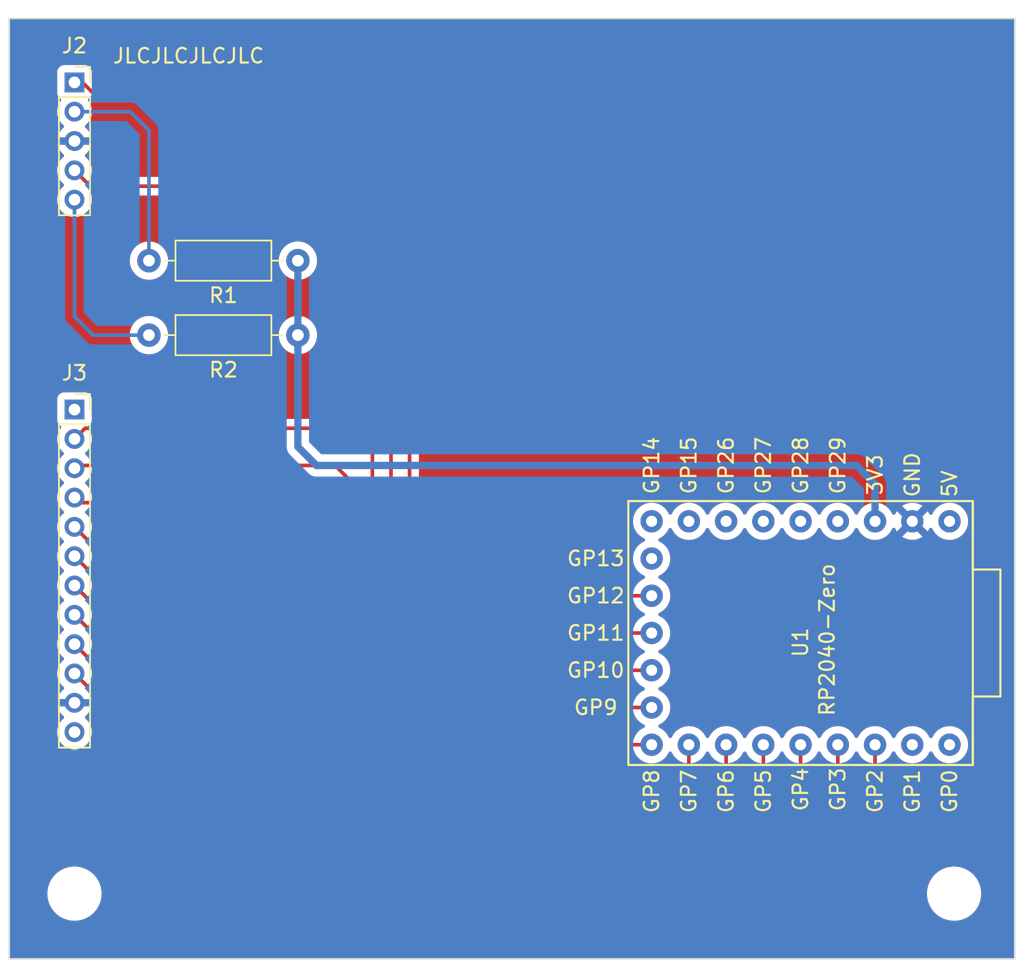
<source format=kicad_pcb>
(kicad_pcb (version 20240108) (generator "pcbnew") (generator_version "8.0")
  (layers (0 "F.Cu" signal) (31 "B.Cu" signal) (34 "B.Paste" user) (35 "F.Paste" user) (36 "B.SilkS" user "B.Silkscreen") (37 "F.SilkS" user "F.Silkscreen") (38 "B.Mask" user) (39 "F.Mask" user) (44 "Edge.Cuts" user))
  (net 0 "")
  (net 1 "5V")
  (net 2 "GND")
  (net 3 "3V3")
  (net 4 "SCR_TRCA")
  (net 5 "SCR_LEDA")
  (net 6 "SCR_TRCB")
  (net 7 "SCR_LEDB")
  (net 9 "KEY_7")
  (net 10 "KEY_6")
  (net 11 "KEY_3")
  (net 12 "KEY_4")
  (net 13 "KEY_5")
  (net 14 "KEY_1")
  (net 15 "KEY_STA")
  (net 16 "KEY_SEL")
  (net 17 "KEY_2")
  (net 25 "SCR_UP")
  (net 26 "SCR_DOWN")
  (footprint "MountingHole:MountingHole_3.2mm_M3" (layer "F.Cu") (at 110.8 147.32)
    (property "Reference" "H2" (hide yes))
    (property "Value" "MountingHole_3.2mm_M3" (hide yes))
    (pad "" np_thru_hole circle (at 0 0) (size 3.2 3.2) (drill 3.2) (layers "F&B.Cu" "*.Mask"))
  )
  (footprint "rp2040:RP2040-Zero" (layer "F.Cu") (at 107.95 132.08 -90)
    (property "Reference" "U1" (at -1.9 7.63 90) (layer "F.SilkS"))
    (property "Value" "RP2040-Zero" (at -2.08 5.81 90) (layer "F.SilkS"))
    (fp_line (start -11.54 19.37) (end -11.54 -4.13) (stroke (width 0.15)) (layer "F.SilkS"))
    (fp_line (start 6.46 19.37) (end -11.54 19.37) (stroke (width 0.15)) (layer "F.SilkS"))
    (fp_line (start -11.54 -4.13) (end -6.87 -4.13) (stroke (width 0.15)) (layer "F.SilkS"))
    (fp_line (start -11.54 -4.13) (end 6.46 -4.13) (stroke (width 0.15)) (layer "F.SilkS"))
    (fp_line (start -6.87 -4.13) (end -6.87 -6.01) (stroke (width 0.15)) (layer "F.SilkS"))
    (fp_line (start 1.79 -4.13) (end 1.79 -6.01) (stroke (width 0.15)) (layer "F.SilkS"))
    (fp_line (start 6.46 -4.13) (end 6.46 19.37) (stroke (width 0.15)) (layer "F.SilkS"))
    (fp_line (start 6.46 -4.13) (end 1.79 -4.13) (stroke (width 0.15)) (layer "F.SilkS"))
    (fp_line (start -6.87 -6.01) (end 1.79 -6.01) (stroke (width 0.15)) (layer "F.SilkS"))
    (fp_text user "GP1" (at 8.255 0 90) (layer "F.SilkS"))
    (fp_text user "GP2" (at 8.255 2.54 90) (layer "F.SilkS"))
    (fp_text user "GP12" (at -5.08 21.59 0) (layer "F.SilkS"))
    (fp_text user "GP0" (at 8.255 -2.54 90) (layer "F.SilkS"))
    (fp_text user "5V" (at -12.72 -2.54 90) (layer "F.SilkS"))
    (fp_text user "GP7" (at 8.255 15.24 90) (layer "F.SilkS"))
    (fp_text user "GP6" (at 8.255 12.7 90) (layer "F.SilkS"))
    (fp_text user "GP10" (at 0 21.59 0) (layer "F.SilkS"))
    (fp_text user "GP14" (at -13.97 17.78 90) (layer "F.SilkS"))
    (fp_text user "GP11" (at -2.54 21.59 0) (layer "F.SilkS"))
    (fp_text user "GP8" (at 8.255 17.78 90) (layer "F.SilkS"))
    (fp_text user "GP27" (at -13.97 10.16 90) (layer "F.SilkS"))
    (fp_text user "GP28" (at -13.97 7.62 90) (layer "F.SilkS"))
    (fp_text user "3V3" (at -13.335 2.54 90) (layer "F.SilkS"))
    (fp_text user "GP15" (at -13.97 15.24 90) (layer "F.SilkS"))
    (fp_text user "GP29" (at -13.97 5.08 90) (layer "F.SilkS"))
    (fp_text user "GP9" (at 2.54 21.59 0) (layer "F.SilkS"))
    (fp_text user "GP5" (at 8.255 10.16 90) (layer "F.SilkS"))
    (fp_text user "GP13" (at -7.62 21.59 0) (layer "F.SilkS"))
    (fp_text user "GP26" (at -13.97 12.7 90) (layer "F.SilkS"))
    (fp_text user "GND" (at -13.335 0 90) (layer "F.SilkS"))
    (pad "0" thru_hole circle (at 5.08 -2.54 270) (size 1.524 1.524) (drill 0.762) (layers "*.Cu" "*.Mask"))
    (pad "1" thru_hole circle (at 5.08 0 270) (size 1.524 1.524) (drill 0.762) (layers "*.Cu" "*.Mask"))
    (pad "2" thru_hole circle (at 5.08 2.54 270) (size 1.524 1.524) (drill 0.762) (layers "*.Cu" "*.Mask") (net 17 "KEY_2"))
    (pad "3" thru_hole circle (at 5.08 5.08 270) (size 1.524 1.524) (drill 0.762) (layers "*.Cu" "*.Mask") (net 16 "KEY_SEL"))
    (pad "4" thru_hole circle (at 5.08 7.62 270) (size 1.524 1.524) (drill 0.762) (layers "*.Cu" "*.Mask") (net 15 "KEY_STA"))
    (pad "5" thru_hole circle (at 5.08 10.16 270) (size 1.524 1.524) (drill 0.762) (layers "*.Cu" "*.Mask") (net 14 "KEY_1"))
    (pad "6" thru_hole circle (at 5.08 12.7 270) (size 1.524 1.524) (drill 0.762) (layers "*.Cu" "*.Mask") (net 13 "KEY_5"))
    (pad "7" thru_hole circle (at 5.08 15.24 270) (size 1.524 1.524) (drill 0.762) (layers "*.Cu" "*.Mask") (net 12 "KEY_4"))
    (pad "8" thru_hole circle (at 5.08 17.78 270) (size 1.524 1.524) (drill 0.762) (layers "*.Cu" "*.Mask") (net 11 "KEY_3"))
    (pad "9" thru_hole circle (at 2.54 17.78 270) (size 1.524 1.524) (drill 0.762) (layers "*.Cu" "*.Mask") (net 10 "KEY_6"))
    (pad "10" thru_hole circle (at 0 17.78 270) (size 1.524 1.524) (drill 0.762) (layers "*.Cu" "*.Mask") (net 9 "KEY_7"))
    (pad "11" thru_hole circle (at -2.54 17.78 270) (size 1.524 1.524) (drill 0.762) (layers "*.Cu" "*.Mask") (net 6 "SCR_TRCB"))
    (pad "12" thru_hole circle (at -5.08 17.78 270) (size 1.524 1.524) (drill 0.762) (layers "*.Cu" "*.Mask") (net 4 "SCR_TRCA"))
    (pad "13" thru_hole circle (at -7.62 17.78 270) (size 1.524 1.524) (drill 0.762) (layers "*.Cu" "*.Mask"))
    (pad "14" thru_hole circle (at -10.16 17.78 270) (size 1.524 1.524) (drill 0.762) (layers "*.Cu" "*.Mask") (net 25 "SCR_UP"))
    (pad "15" thru_hole circle (at -10.16 15.24 270) (size 1.524 1.524) (drill 0.762) (layers "*.Cu" "*.Mask") (net 26 "SCR_DOWN"))
    (pad "26" thru_hole circle (at -10.16 12.7 270) (size 1.524 1.524) (drill 0.762) (layers "*.Cu" "*.Mask"))
    (pad "27" thru_hole circle (at -10.16 10.16 270) (size 1.524 1.524) (drill 0.762) (layers "*.Cu" "*.Mask"))
    (pad "28" thru_hole circle (at -10.16 7.62 270) (size 1.524 1.524) (drill 0.762) (layers "*.Cu" "*.Mask"))
    (pad "29" thru_hole circle (at -10.16 5.08 270) (size 1.524 1.524) (drill 0.762) (layers "*.Cu" "*.Mask"))
    (pad "30" thru_hole circle (at -10.16 2.54 270) (size 1.524 1.524) (drill 0.762) (layers "*.Cu" "*.Mask") (net 3 "3V3"))
    (pad "31" thru_hole circle (at -10.16 0 270) (size 1.524 1.524) (drill 0.762) (layers "*.Cu" "*.Mask") (net 2 "GND"))
    (pad "32" thru_hole circle (at -10.16 -2.54 270) (size 1.524 1.524) (drill 0.762) (layers "*.Cu" "*.Mask") (net 1 "5V"))
  )
  (footprint "Resistor_THT:R_Axial_DIN0207_L6.3mm_D2.5mm_P10.16mm_Horizontal" (layer "F.Cu") (at 66.04 104.14 180)
    (property "Reference" "R1" (at 5.08 -2.37 180) (layer "F.SilkS"))
    (property "Value" "330")
    (fp_line (start 9.12 0) (end 8.35 0) (stroke (width 0.12)) (layer "F.SilkS"))
    (fp_line (start 8.35 1.37) (end 8.35 -1.37) (stroke (width 0.12)) (layer "F.SilkS"))
    (fp_line (start 8.35 -1.37) (end 1.81 -1.37) (stroke (width 0.12)) (layer "F.SilkS"))
    (fp_line (start 1.81 1.37) (end 8.35 1.37) (stroke (width 0.12)) (layer "F.SilkS"))
    (fp_line (start 1.81 -1.37) (end 1.81 1.37) (stroke (width 0.12)) (layer "F.SilkS"))
    (fp_line (start 1.04 0) (end 1.81 0) (stroke (width 0.12)) (layer "F.SilkS"))
    (pad "1" thru_hole circle (at 0 0 180) (size 1.6 1.6) (drill 0.8) (layers "*.Cu" "*.Mask") (net 3 "3V3"))
    (pad "2" thru_hole oval (at 10.16 0 180) (size 1.6 1.6) (drill 0.8) (layers "*.Cu" "*.Mask") (net 5 "SCR_LEDA"))
  )
  (footprint "Resistor_THT:R_Axial_DIN0207_L6.3mm_D2.5mm_P10.16mm_Horizontal" (layer "F.Cu") (at 66.04 109.22 180)
    (property "Reference" "R2" (at 5.08 -2.37 180) (layer "F.SilkS"))
    (property "Value" "330")
    (fp_line (start 9.12 0) (end 8.35 0) (stroke (width 0.12)) (layer "F.SilkS"))
    (fp_line (start 8.35 1.37) (end 8.35 -1.37) (stroke (width 0.12)) (layer "F.SilkS"))
    (fp_line (start 8.35 -1.37) (end 1.81 -1.37) (stroke (width 0.12)) (layer "F.SilkS"))
    (fp_line (start 1.81 1.37) (end 8.35 1.37) (stroke (width 0.12)) (layer "F.SilkS"))
    (fp_line (start 1.81 -1.37) (end 1.81 1.37) (stroke (width 0.12)) (layer "F.SilkS"))
    (fp_line (start 1.04 0) (end 1.81 0) (stroke (width 0.12)) (layer "F.SilkS"))
    (pad "1" thru_hole circle (at 0 0 180) (size 1.6 1.6) (drill 0.8) (layers "*.Cu" "*.Mask") (net 3 "3V3"))
    (pad "2" thru_hole oval (at 10.16 0 180) (size 1.6 1.6) (drill 0.8) (layers "*.Cu" "*.Mask") (net 7 "SCR_LEDB"))
  )
  (footprint "Connector_PinSocket_2.00mm:PinSocket_1x05_P2.00mm_Vertical" (layer "F.Cu") (at 50.8 91.98)
    (property "Reference" "J2" (at 0 -2.5 0) (layer "F.SilkS"))
    (property "Value" "Conn_01x05")
    (fp_line (start -1.06 1) (end -1.06 9.06) (stroke (width 0.12)) (layer "F.SilkS"))
    (fp_line (start -1.06 1) (end 1.06 1) (stroke (width 0.12)) (layer "F.SilkS"))
    (fp_line (start -1.06 9.06) (end 1.06 9.06) (stroke (width 0.12)) (layer "F.SilkS"))
    (fp_line (start 0 -1.06) (end 1.06 -1.06) (stroke (width 0.12)) (layer "F.SilkS"))
    (fp_line (start 1.06 -1.06) (end 1.06 0) (stroke (width 0.12)) (layer "F.SilkS"))
    (fp_line (start 1.06 1) (end 1.06 9.06) (stroke (width 0.12)) (layer "F.SilkS"))
    (pad "1" thru_hole rect (at 0 0) (size 1.35 1.35) (drill 0.8) (layers "*.Cu" "*.Mask") (net 4 "SCR_TRCA"))
    (pad "2" thru_hole oval (at 0 2) (size 1.35 1.35) (drill 0.8) (layers "*.Cu" "*.Mask") (net 5 "SCR_LEDA"))
    (pad "3" thru_hole oval (at 0 4) (size 1.35 1.35) (drill 0.8) (layers "*.Cu" "*.Mask") (net 2 "GND"))
    (pad "4" thru_hole oval (at 0 6) (size 1.35 1.35) (drill 0.8) (layers "*.Cu" "*.Mask") (net 6 "SCR_TRCB"))
    (pad "5" thru_hole oval (at 0 8) (size 1.35 1.35) (drill 0.8) (layers "*.Cu" "*.Mask") (net 7 "SCR_LEDB"))
  )
  (footprint "Connector_PinSocket_2.00mm:PinSocket_1x12_P2.00mm_Vertical" (layer "F.Cu") (at 50.8 114.3)
    (property "Reference" "J3" (at 0 -2.5 0) (layer "F.SilkS"))
    (property "Value" "Conn_01x12")
    (fp_line (start -1.06 1) (end -1.06 23.06) (stroke (width 0.12)) (layer "F.SilkS"))
    (fp_line (start -1.06 1) (end 1.06 1) (stroke (width 0.12)) (layer "F.SilkS"))
    (fp_line (start -1.06 23.06) (end 1.06 23.06) (stroke (width 0.12)) (layer "F.SilkS"))
    (fp_line (start 0 -1.06) (end 1.06 -1.06) (stroke (width 0.12)) (layer "F.SilkS"))
    (fp_line (start 1.06 -1.06) (end 1.06 0) (stroke (width 0.12)) (layer "F.SilkS"))
    (fp_line (start 1.06 1) (end 1.06 23.06) (stroke (width 0.12)) (layer "F.SilkS"))
    (pad "1" thru_hole rect (at 0 0) (size 1.35 1.35) (drill 0.8) (layers "*.Cu" "*.Mask"))
    (pad "2" thru_hole oval (at 0 2) (size 1.35 1.35) (drill 0.8) (layers "*.Cu" "*.Mask") (net 9 "KEY_7"))
    (pad "3" thru_hole oval (at 0 4) (size 1.35 1.35) (drill 0.8) (layers "*.Cu" "*.Mask") (net 10 "KEY_6"))
    (pad "4" thru_hole oval (at 0 6) (size 1.35 1.35) (drill 0.8) (layers "*.Cu" "*.Mask") (net 11 "KEY_3"))
    (pad "5" thru_hole oval (at 0 8) (size 1.35 1.35) (drill 0.8) (layers "*.Cu" "*.Mask") (net 12 "KEY_4"))
    (pad "6" thru_hole oval (at 0 10) (size 1.35 1.35) (drill 0.8) (layers "*.Cu" "*.Mask") (net 13 "KEY_5"))
    (pad "7" thru_hole oval (at 0 12) (size 1.35 1.35) (drill 0.8) (layers "*.Cu" "*.Mask") (net 14 "KEY_1"))
    (pad "8" thru_hole oval (at 0 14) (size 1.35 1.35) (drill 0.8) (layers "*.Cu" "*.Mask") (net 15 "KEY_STA"))
    (pad "9" thru_hole oval (at 0 16) (size 1.35 1.35) (drill 0.8) (layers "*.Cu" "*.Mask") (net 16 "KEY_SEL"))
    (pad "10" thru_hole oval (at 0 18) (size 1.35 1.35) (drill 0.8) (layers "*.Cu" "*.Mask") (net 17 "KEY_2"))
    (pad "11" thru_hole oval (at 0 20) (size 1.35 1.35) (drill 0.8) (layers "*.Cu" "*.Mask") (net 2 "GND"))
    (pad "12" thru_hole oval (at 0 22) (size 1.35 1.35) (drill 0.8) (layers "*.Cu" "*.Mask"))
  )
  (footprint "MountingHole:MountingHole_3.2mm_M3" (layer "F.Cu") (at 50.8 147.32)
    (property "Reference" "H1" (hide yes))
    (property "Value" "MountingHole_3.2mm_M3" (hide yes))
    (pad "" np_thru_hole circle (at 0 0) (size 3.2 3.2) (drill 3.2) (layers "F&B.Cu" "*.Mask"))
  )
  (gr_rect (start 46.355 87.63) (end 114.935 151.765) (stroke (width 0.1)) (fill none) (layer "Edge.Cuts"))
  (gr_text "GP3\n" (at 102.87 140.208 90) (layer "F.SilkS") (effects (font (size 1 1))))
  (gr_text "JLCJLCJLCJLC" (at 53.34 90.17 0) (layer "F.SilkS") (effects (font (size 1 1)) (justify left)))
  (gr_text "GP4" (at 100.33 140.208 90) (layer "F.SilkS") (effects (font (size 1 1))))
  (segment (start 105.41 119.38) (end 105.41 121.92) (width 0.5) (layer "B.Cu") (net 3))
  (segment (start 104.14 118.11) (end 105.41 119.38) (width 0.5) (layer "B.Cu") (net 3))
  (segment (start 67.31 118.11) (end 104.14 118.11) (width 0.5) (layer "B.Cu") (net 3))
  (segment (start 66.04 104.14) (end 66.04 109.22) (width 0.5) (layer "B.Cu") (net 3))
  (segment (start 66.04 109.22) (end 66.04 116.84) (width 0.5) (layer "B.Cu") (net 3))
  (segment (start 66.04 116.84) (end 67.31 118.11) (width 0.5) (layer "B.Cu") (net 3))
  (segment (start 72.39 92.71) (end 52.07 92.71) (width 0.25) (layer "F.Cu") (net 4))
  (segment (start 73.66 125.73) (end 73.66 93.98) (width 0.25) (layer "F.Cu") (net 4))
  (segment (start 73.66 93.98) (end 72.39 92.71) (width 0.25) (layer "F.Cu") (net 4))
  (segment (start 74.93 127) (end 73.66 125.73) (width 0.25) (layer "F.Cu") (net 4))
  (segment (start 51.34 91.98) (end 50.8 91.98) (width 0.25) (layer "F.Cu") (net 4))
  (segment (start 90.17 127) (end 74.93 127) (width 0.25) (layer "F.Cu") (net 4))
  (segment (start 52.07 92.71) (end 51.34 91.98) (width 0.25) (layer "F.Cu") (net 4))
  (segment (start 50.8 93.98) (end 54.61 93.98) (width 0.25) (layer "B.Cu") (net 5))
  (segment (start 55.88 95.25) (end 55.88 104.14) (width 0.25) (layer "B.Cu") (net 5))
  (segment (start 54.61 93.98) (end 55.88 95.25) (width 0.25) (layer "B.Cu") (net 5))
  (segment (start 90.17 129.54) (end 73.66 129.54) (width 0.25) (layer "F.Cu") (net 6))
  (segment (start 51.88 99.06) (end 50.8 97.98) (width 0.25) (layer "F.Cu") (net 6))
  (segment (start 73.66 129.54) (end 72.39 128.27) (width 0.25) (layer "F.Cu") (net 6))
  (segment (start 71.12 99.06) (end 51.88 99.06) (width 0.25) (layer "F.Cu") (net 6))
  (segment (start 72.39 128.27) (end 72.39 100.33) (width 0.25) (layer "F.Cu") (net 6))
  (segment (start 50.99 97.79) (end 50.8 97.98) (width 0.25) (layer "F.Cu") (net 6))
  (segment (start 72.39 100.33) (end 71.12 99.06) (width 0.25) (layer "F.Cu") (net 6))
  (segment (start 50.8 107.95) (end 52.07 109.22) (width 0.25) (layer "B.Cu") (net 7))
  (segment (start 52.07 109.22) (end 55.88 109.22) (width 0.25) (layer "B.Cu") (net 7))
  (segment (start 50.8 99.98) (end 50.8 107.95) (width 0.25) (layer "B.Cu") (net 7))
  (segment (start 72.39 132.08) (end 71.12 130.81) (width 0.25) (layer "F.Cu") (net 9))
  (segment (start 90.17 132.08) (end 72.39 132.08) (width 0.25) (layer "F.Cu") (net 9))
  (segment (start 69.85 115.57) (end 51.53 115.57) (width 0.25) (layer "F.Cu") (net 9))
  (segment (start 71.12 130.81) (end 71.12 116.84) (width 0.25) (layer "F.Cu") (net 9))
  (segment (start 71.12 116.84) (end 69.85 115.57) (width 0.25) (layer "F.Cu") (net 9))
  (segment (start 51.53 115.57) (end 50.8 116.3) (width 0.25) (layer "F.Cu") (net 9))
  (segment (start 68.58 118.11) (end 50.99 118.11) (width 0.25) (layer "F.Cu") (net 10))
  (segment (start 90.17 134.62) (end 71.12 134.62) (width 0.25) (layer "F.Cu") (net 10))
  (segment (start 50.99 118.11) (end 50.8 118.3) (width 0.25) (layer "F.Cu") (net 10))
  (segment (start 69.85 133.35) (end 69.85 119.38) (width 0.25) (layer "F.Cu") (net 10))
  (segment (start 71.12 134.62) (end 69.85 133.35) (width 0.25) (layer "F.Cu") (net 10))
  (segment (start 69.85 119.38) (end 68.58 118.11) (width 0.25) (layer "F.Cu") (net 10))
  (segment (start 67.31 120.65) (end 68.58 121.92) (width 0.25) (layer "F.Cu") (net 11))
  (segment (start 50.8 120.3) (end 51.15 120.65) (width 0.25) (layer "F.Cu") (net 11))
  (segment (start 69.85 137.16) (end 90.17 137.16) (width 0.25) (layer "F.Cu") (net 11))
  (segment (start 68.58 121.92) (end 68.58 135.89) (width 0.25) (layer "F.Cu") (net 11))
  (segment (start 51.15 120.65) (end 67.31 120.65) (width 0.25) (layer "F.Cu") (net 11))
  (segment (start 68.58 135.89) (end 69.85 137.16) (width 0.25) (layer "F.Cu") (net 11))
  (segment (start 92.71 138.43) (end 91.44 139.7) (width 0.25) (layer "F.Cu") (net 12))
  (segment (start 51.69 123.19) (end 50.8 122.3) (width 0.25) (layer "F.Cu") (net 12))
  (segment (start 67.31 124.46) (end 66.04 123.19) (width 0.25) (layer "F.Cu") (net 12))
  (segment (start 66.04 123.19) (end 51.69 123.19) (width 0.25) (layer "F.Cu") (net 12))
  (segment (start 91.44 139.7) (end 68.58 139.7) (width 0.25) (layer "F.Cu") (net 12))
  (segment (start 68.58 139.7) (end 67.31 138.43) (width 0.25) (layer "F.Cu") (net 12))
  (segment (start 67.31 138.43) (end 67.31 124.46) (width 0.25) (layer "F.Cu") (net 12))
  (segment (start 92.71 137.16) (end 92.71 138.43) (width 0.25) (layer "F.Cu") (net 12))
  (segment (start 50.8 124.3) (end 52.23 125.73) (width 0.25) (layer "F.Cu") (net 13))
  (segment (start 95.25 140.081) (end 95.25 137.16) (width 0.25) (layer "F.Cu") (net 13))
  (segment (start 66.04 127) (end 66.04 139.7) (width 0.25) (layer "F.Cu") (net 13))
  (segment (start 94.361 140.97) (end 95.25 140.081) (width 0.25) (layer "F.Cu") (net 13))
  (segment (start 66.04 139.7) (end 67.31 140.97) (width 0.25) (layer "F.Cu") (net 13))
  (segment (start 52.23 125.73) (end 64.77 125.73) (width 0.25) (layer "F.Cu") (net 13))
  (segment (start 67.31 140.97) (end 94.361 140.97) (width 0.25) (layer "F.Cu") (net 13))
  (segment (start 64.77 125.73) (end 66.04 127) (width 0.25) (layer "F.Cu") (net 13))
  (segment (start 64.77 141.2875) (end 65.7225 142.24) (width 0.25) (layer "F.Cu") (net 14))
  (segment (start 64.77 129.54) (end 64.77 141.2875) (width 0.25) (layer "F.Cu") (net 14))
  (segment (start 50.8 126.3) (end 52.77 128.27) (width 0.25) (layer "F.Cu") (net 14))
  (segment (start 65.7225 142.24) (end 96.836802 142.24) (width 0.25) (layer "F.Cu") (net 14))
  (segment (start 52.77 128.27) (end 63.5 128.27) (width 0.25) (layer "F.Cu") (net 14))
  (segment (start 96.836802 142.24) (end 97.79 141.286802) (width 0.25) (layer "F.Cu") (net 14))
  (segment (start 97.79 141.286802) (end 97.79 137.16) (width 0.25) (layer "F.Cu") (net 14))
  (segment (start 63.5 128.27) (end 64.77 129.54) (width 0.25) (layer "F.Cu") (net 14))
  (segment (start 99.187 143.51) (end 100.33 142.367) (width 0.25) (layer "F.Cu") (net 15))
  (segment (start 64.77 143.51) (end 99.187 143.51) (width 0.25) (layer "F.Cu") (net 15))
  (segment (start 63.5 142.24) (end 64.77 143.51) (width 0.25) (layer "F.Cu") (net 15))
  (segment (start 63.5 132.08) (end 63.5 142.24) (width 0.25) (layer "F.Cu") (net 15))
  (segment (start 53.31 130.81) (end 62.23 130.81) (width 0.25) (layer "F.Cu") (net 15))
  (segment (start 100.33 142.367) (end 100.33 137.16) (width 0.25) (layer "F.Cu") (net 15))
  (segment (start 50.8 128.3) (end 53.31 130.81) (width 0.25) (layer "F.Cu") (net 15))
  (segment (start 62.23 130.81) (end 63.5 132.08) (width 0.25) (layer "F.Cu") (net 15))
  (segment (start 53.85 133.35) (end 60.96 133.35) (width 0.25) (layer "F.Cu") (net 16))
  (segment (start 63.5 144.78) (end 101.6 144.78) (width 0.25) (layer "F.Cu") (net 16))
  (segment (start 50.8 130.3) (end 53.85 133.35) (width 0.25) (layer "F.Cu") (net 16))
  (segment (start 101.6 144.78) (end 102.87 143.51) (width 0.25) (layer "F.Cu") (net 16))
  (segment (start 62.23 134.62) (end 62.23 143.51) (width 0.25) (layer "F.Cu") (net 16))
  (segment (start 60.96 133.35) (end 62.23 134.62) (width 0.25) (layer "F.Cu") (net 16))
  (segment (start 102.87 143.51) (end 102.87 137.16) (width 0.25) (layer "F.Cu") (net 16))
  (segment (start 62.23 143.51) (end 63.5 144.78) (width 0.25) (layer "F.Cu") (net 16))
  (segment (start 59.69 135.89) (end 60.96 137.16) (width 0.25) (layer "F.Cu") (net 17))
  (segment (start 60.96 137.16) (end 60.96 144.78) (width 0.25) (layer "F.Cu") (net 17))
  (segment (start 50.8 132.3) (end 54.39 135.89) (width 0.25) (layer "F.Cu") (net 17))
  (segment (start 60.96 144.78) (end 62.23 146.05) (width 0.25) (layer "F.Cu") (net 17))
  (segment (start 104.14 146.05) (end 105.41 144.78) (width 0.25) (layer "F.Cu") (net 17))
  (segment (start 105.41 144.78) (end 105.41 137.16) (width 0.25) (layer "F.Cu") (net 17))
  (segment (start 62.23 146.05) (end 104.14 146.05) (width 0.25) (layer "F.Cu") (net 17))
  (segment (start 54.39 135.89) (end 59.69 135.89) (width 0.25) (layer "F.Cu") (net 17))
  (zone (net 2) (net_name "GND") (layers "F&B.Cu") (connect_pads (clearance 0.508)) (min_thickness 0.25) (fill yes (thermal_gap 0.5) (thermal_bridge_width 0.5))
    (polygon (pts (xy 45.72 152.4) (xy 115.57 152.4) (xy 115.57 86.36) (xy 45.72 86.36)))
  )
)
</source>
